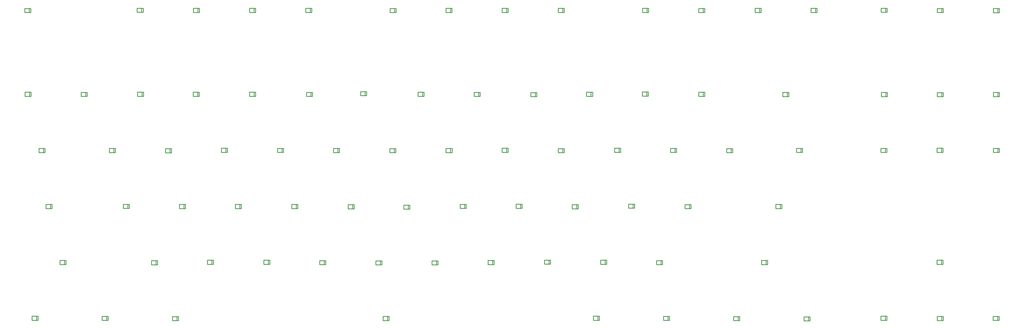
<source format=gbo>
G04*
G04 #@! TF.GenerationSoftware,Altium Limited,Altium Designer,20.0.2 (26)*
G04*
G04 Layer_Color=32896*
%FSLAX25Y25*%
%MOIN*%
G70*
G01*
G75*
%ADD13C,0.01000*%
D13*
X96313Y467557D02*
Y472517D01*
X90297Y467337D02*
X98329D01*
Y467557D02*
Y472517D01*
X90297Y472837D02*
X98329D01*
X90313Y467537D02*
Y472517D01*
X246385Y467817D02*
Y472777D01*
X240369Y467597D02*
X248401D01*
Y467817D02*
Y472777D01*
X240369Y473097D02*
X248401D01*
X240385Y467797D02*
Y472777D01*
X321440Y467752D02*
Y472712D01*
X315424Y467532D02*
X323456D01*
Y467752D02*
Y472712D01*
X315424Y473032D02*
X323456D01*
X315440Y467732D02*
Y472712D01*
X396528Y467609D02*
Y472569D01*
X390512Y467389D02*
X398544D01*
Y467609D02*
Y472569D01*
X390512Y472889D02*
X398544D01*
X390528Y467589D02*
Y472569D01*
X471408Y467726D02*
Y472686D01*
X465392Y467506D02*
X473424D01*
Y467726D02*
Y472686D01*
X465392Y473006D02*
X473424D01*
X465408Y467706D02*
Y472686D01*
X584170Y467544D02*
Y472504D01*
X578154Y467324D02*
X586186D01*
Y467544D02*
Y472504D01*
X578154Y472824D02*
X586186D01*
X578170Y467524D02*
Y472504D01*
X658920Y467674D02*
Y472634D01*
X652904Y467454D02*
X660936D01*
Y467674D02*
Y472634D01*
X652904Y472954D02*
X660936D01*
X652920Y467654D02*
Y472634D01*
X733956Y467713D02*
Y472673D01*
X727940Y467493D02*
X735972D01*
Y467713D02*
Y472673D01*
X727940Y472993D02*
X735972D01*
X727956Y467693D02*
Y472673D01*
X808992Y467700D02*
Y472660D01*
X802976Y467480D02*
X811008D01*
Y467700D02*
Y472660D01*
X802976Y472980D02*
X811008D01*
X802992Y467680D02*
Y472660D01*
X921598Y467765D02*
Y472725D01*
X915582Y467545D02*
X923614D01*
Y467765D02*
Y472725D01*
X915582Y473045D02*
X923614D01*
X915598Y467745D02*
Y472725D01*
X996465Y467583D02*
Y472543D01*
X990449Y467363D02*
X998481D01*
Y467583D02*
Y472543D01*
X990449Y472863D02*
X998481D01*
X990465Y467563D02*
Y472543D01*
X1071846Y467765D02*
Y472725D01*
X1065830Y467545D02*
X1073862D01*
Y467765D02*
Y472725D01*
X1065830Y473045D02*
X1073862D01*
X1065846Y467745D02*
Y472725D01*
X1146421Y467661D02*
Y472621D01*
X1140405Y467441D02*
X1148437D01*
Y467661D02*
Y472621D01*
X1140405Y472941D02*
X1148437D01*
X1140421Y467641D02*
Y472621D01*
X96605Y355302D02*
Y360262D01*
X90589Y355082D02*
X98621D01*
Y355302D02*
Y360262D01*
X90589Y360582D02*
X98621D01*
X90605Y355282D02*
Y360262D01*
X171518Y355224D02*
Y360184D01*
X165502Y355004D02*
X173534D01*
Y355224D02*
Y360184D01*
X165502Y360504D02*
X173534D01*
X165518Y355204D02*
Y360184D01*
X246827Y355354D02*
Y360314D01*
X240811Y355134D02*
X248843D01*
Y355354D02*
Y360314D01*
X240811Y360634D02*
X248843D01*
X240827Y355334D02*
Y360314D01*
X321245Y355328D02*
Y360288D01*
X315229Y355108D02*
X323261D01*
Y355328D02*
Y360288D01*
X315229Y360608D02*
X323261D01*
X315245Y355308D02*
Y360288D01*
X396509Y355276D02*
Y360236D01*
X390493Y355056D02*
X398525D01*
Y355276D02*
Y360236D01*
X390493Y360556D02*
X398525D01*
X390509Y355256D02*
Y360236D01*
X472494Y355263D02*
Y360223D01*
X466478Y355043D02*
X474510D01*
Y355263D02*
Y360223D01*
X466478Y360543D02*
X474510D01*
X466494Y355243D02*
Y360223D01*
X544813Y356238D02*
Y361198D01*
X538797Y356018D02*
X546829D01*
Y356238D02*
Y361198D01*
X538797Y361518D02*
X546829D01*
X538813Y356218D02*
Y361198D01*
X621669Y355380D02*
Y360340D01*
X615653Y355160D02*
X623685D01*
Y355380D02*
Y360340D01*
X615653Y360660D02*
X623685D01*
X615669Y355360D02*
Y360340D01*
X696620Y355263D02*
Y360223D01*
X690604Y355043D02*
X698636D01*
Y355263D02*
Y360223D01*
X690604Y360543D02*
X698636D01*
X690620Y355243D02*
Y360223D01*
X772300Y354808D02*
Y359768D01*
X766284Y354588D02*
X774316D01*
Y354808D02*
Y359768D01*
X766284Y360088D02*
X774316D01*
X766300Y354788D02*
Y359768D01*
X846712Y355354D02*
Y360314D01*
X840696Y355134D02*
X848728D01*
Y355354D02*
Y360314D01*
X840696Y360634D02*
X848728D01*
X840712Y355334D02*
Y360314D01*
X921202Y355627D02*
Y360587D01*
X915186Y355407D02*
X923218D01*
Y355627D02*
Y360587D01*
X915186Y360907D02*
X923218D01*
X915202Y355607D02*
Y360587D01*
X996459Y355406D02*
Y360366D01*
X990443Y355186D02*
X998475D01*
Y355406D02*
Y360366D01*
X990443Y360686D02*
X998475D01*
X990459Y355386D02*
Y360366D01*
X1108935Y354938D02*
Y359898D01*
X1102919Y354718D02*
X1110951D01*
Y354938D02*
Y359898D01*
X1102919Y360218D02*
X1110951D01*
X1102935Y354918D02*
Y359898D01*
X115319Y280032D02*
Y284992D01*
X109303Y279812D02*
X117335D01*
Y280032D02*
Y284992D01*
X109303Y285312D02*
X117335D01*
X109319Y280012D02*
Y284992D01*
X209153Y280097D02*
Y285057D01*
X203137Y279877D02*
X211169D01*
Y280097D02*
Y285057D01*
X203137Y285377D02*
X211169D01*
X203153Y280077D02*
Y285057D01*
X284189Y279733D02*
Y284693D01*
X278173Y279513D02*
X286205D01*
Y279733D02*
Y284693D01*
X278173Y285013D02*
X286205D01*
X278189Y279713D02*
Y284693D01*
X358939Y280344D02*
Y285304D01*
X352923Y280124D02*
X360955D01*
Y280344D02*
Y285304D01*
X352923Y285624D02*
X360955D01*
X352939Y280324D02*
Y285304D01*
X433747Y280110D02*
Y285070D01*
X427731Y279890D02*
X435763D01*
Y280110D02*
Y285070D01*
X427731Y285390D02*
X435763D01*
X427747Y280090D02*
Y285070D01*
X508634Y279993D02*
Y284953D01*
X502618Y279773D02*
X510650D01*
Y279993D02*
Y284953D01*
X502618Y285273D02*
X510650D01*
X502634Y279973D02*
Y284953D01*
X583878Y279785D02*
Y284745D01*
X577862Y279565D02*
X585894D01*
Y279785D02*
Y284745D01*
X577862Y285065D02*
X585894D01*
X577878Y279765D02*
Y284745D01*
X659050Y280058D02*
Y285018D01*
X653034Y279838D02*
X661066D01*
Y280058D02*
Y285018D01*
X653034Y285338D02*
X661066D01*
X653050Y280038D02*
Y285018D01*
X733833Y280396D02*
Y285356D01*
X727817Y280176D02*
X735849D01*
Y280396D02*
Y285356D01*
X727817Y285676D02*
X735849D01*
X727833Y280376D02*
Y285356D01*
X808752Y279915D02*
Y284875D01*
X802736Y279695D02*
X810768D01*
Y279915D02*
Y284875D01*
X802736Y285195D02*
X810768D01*
X802752Y279895D02*
Y284875D01*
X884223Y280292D02*
Y285252D01*
X878207Y280072D02*
X886239D01*
Y280292D02*
Y285252D01*
X878207Y285572D02*
X886239D01*
X878223Y280272D02*
Y285252D01*
X958928Y280175D02*
Y285135D01*
X952912Y279955D02*
X960944D01*
Y280175D02*
Y285135D01*
X952912Y285455D02*
X960944D01*
X952928Y280155D02*
Y285135D01*
X1033925Y279863D02*
Y284823D01*
X1027909Y279643D02*
X1035941D01*
Y279863D02*
Y284823D01*
X1027909Y285143D02*
X1035941D01*
X1027925Y279843D02*
Y284823D01*
X1127369Y280214D02*
Y285174D01*
X1121353Y279994D02*
X1129385D01*
Y280214D02*
Y285174D01*
X1121353Y285494D02*
X1129385D01*
X1121369Y280194D02*
Y285174D01*
X124614Y205061D02*
Y210021D01*
X118598Y204841D02*
X126630D01*
Y205061D02*
Y210021D01*
X118598Y210341D02*
X126630D01*
X118614Y205041D02*
Y210021D01*
X227782Y205113D02*
Y210073D01*
X221766Y204893D02*
X229798D01*
Y205113D02*
Y210073D01*
X221766Y210393D02*
X229798D01*
X221782Y205093D02*
Y210073D01*
X302818Y205074D02*
Y210034D01*
X296802Y204854D02*
X304834D01*
Y205074D02*
Y210034D01*
X296802Y210354D02*
X304834D01*
X296818Y205054D02*
Y210034D01*
X377672Y205100D02*
Y210060D01*
X371656Y204880D02*
X379688D01*
Y205100D02*
Y210060D01*
X371656Y210380D02*
X379688D01*
X371672Y205080D02*
Y210060D01*
X452825Y204996D02*
Y209956D01*
X446809Y204776D02*
X454841D01*
Y204996D02*
Y209956D01*
X446809Y210276D02*
X454841D01*
X446825Y204976D02*
Y209956D01*
X528095Y204749D02*
Y209709D01*
X522079Y204529D02*
X530111D01*
Y204749D02*
Y209709D01*
X522079Y210029D02*
X530111D01*
X522095Y204729D02*
Y209709D01*
X602546Y204125D02*
Y209085D01*
X596530Y203905D02*
X604562D01*
Y204125D02*
Y209085D01*
X596530Y209405D02*
X604562D01*
X596546Y204105D02*
Y209085D01*
X677796Y205126D02*
Y210086D01*
X671780Y204906D02*
X679812D01*
Y205126D02*
Y210086D01*
X671780Y210406D02*
X679812D01*
X671796Y205106D02*
Y210086D01*
X752598Y205308D02*
Y210268D01*
X746582Y205088D02*
X754614D01*
Y205308D02*
Y210268D01*
X746582Y210588D02*
X754614D01*
X746598Y205288D02*
Y210268D01*
X827420Y204723D02*
Y209683D01*
X821404Y204503D02*
X829436D01*
Y204723D02*
Y209683D01*
X821404Y210003D02*
X829436D01*
X821420Y204703D02*
Y209683D01*
X902833Y205555D02*
Y210515D01*
X896817Y205335D02*
X904849D01*
Y205555D02*
Y210515D01*
X896817Y210835D02*
X904849D01*
X896833Y205535D02*
Y210515D01*
X978116Y204853D02*
Y209813D01*
X972100Y204633D02*
X980132D01*
Y204853D02*
Y209813D01*
X972100Y210133D02*
X980132D01*
X972116Y204833D02*
Y209813D01*
X1099549Y205009D02*
Y209969D01*
X1093533Y204789D02*
X1101565D01*
Y205009D02*
Y209969D01*
X1093533Y210289D02*
X1101565D01*
X1093549Y204989D02*
Y209969D01*
X143334Y130077D02*
Y135037D01*
X137318Y129857D02*
X145350D01*
Y130077D02*
Y135037D01*
X137318Y135357D02*
X145350D01*
X137334Y130057D02*
Y135037D01*
X265547Y129674D02*
Y134634D01*
X259531Y129454D02*
X267563D01*
Y129674D02*
Y134634D01*
X259531Y134954D02*
X267563D01*
X259547Y129654D02*
Y134634D01*
X340290Y130350D02*
Y135310D01*
X334274Y130130D02*
X342306D01*
Y130350D02*
Y135310D01*
X334274Y135630D02*
X342306D01*
X334290Y130330D02*
Y135310D01*
X415463Y130402D02*
Y135362D01*
X409447Y130182D02*
X417479D01*
Y130402D02*
Y135362D01*
X409447Y135682D02*
X417479D01*
X409463Y130382D02*
Y135362D01*
X490200Y129921D02*
Y134881D01*
X484184Y129701D02*
X492216D01*
Y129921D02*
Y134881D01*
X484184Y135201D02*
X492216D01*
X484200Y129901D02*
Y134881D01*
X565197Y129531D02*
Y134491D01*
X559181Y129311D02*
X567213D01*
Y129531D02*
Y134491D01*
X559181Y134811D02*
X567213D01*
X559197Y129511D02*
Y134491D01*
X640272Y129531D02*
Y134491D01*
X634256Y129311D02*
X642288D01*
Y129531D02*
Y134491D01*
X634256Y134811D02*
X642288D01*
X634272Y129511D02*
Y134491D01*
X715061Y130051D02*
Y135011D01*
X709045Y129831D02*
X717077D01*
Y130051D02*
Y135011D01*
X709045Y135331D02*
X717077D01*
X709061Y130031D02*
Y135011D01*
X790415Y130519D02*
Y135479D01*
X784399Y130299D02*
X792431D01*
Y130519D02*
Y135479D01*
X784399Y135799D02*
X792431D01*
X784415Y130499D02*
Y135479D01*
X865633Y130298D02*
Y135258D01*
X859617Y130078D02*
X867649D01*
Y130298D02*
Y135258D01*
X859617Y135578D02*
X867649D01*
X859633Y130278D02*
Y135258D01*
X940234Y129869D02*
Y134829D01*
X934218Y129649D02*
X942250D01*
Y129869D02*
Y134829D01*
X934218Y135149D02*
X942250D01*
X934234Y129849D02*
Y134829D01*
X1080400Y130020D02*
Y134980D01*
X1074384Y129800D02*
X1082416D01*
Y130020D02*
Y134980D01*
X1074384Y135300D02*
X1082416D01*
X1074400Y130000D02*
Y134980D01*
X105848Y55288D02*
Y60248D01*
X99832Y55068D02*
X107864D01*
Y55288D02*
Y60248D01*
X99832Y60568D02*
X107864D01*
X99848Y55268D02*
Y60248D01*
X199546Y55158D02*
Y60118D01*
X193530Y54938D02*
X201562D01*
Y55158D02*
Y60118D01*
X193530Y60438D02*
X201562D01*
X193546Y55138D02*
Y60118D01*
X293555Y54807D02*
Y59767D01*
X287539Y54587D02*
X295571D01*
Y54807D02*
Y59767D01*
X287539Y60087D02*
X295571D01*
X287555Y54787D02*
Y59767D01*
X574804Y55015D02*
Y59975D01*
X568788Y54795D02*
X576820D01*
Y55015D02*
Y59975D01*
X568788Y60295D02*
X576820D01*
X568804Y54995D02*
Y59975D01*
X855955Y55418D02*
Y60378D01*
X849939Y55198D02*
X857971D01*
Y55418D02*
Y60378D01*
X849939Y60698D02*
X857971D01*
X849955Y55398D02*
Y60378D01*
X949620Y55236D02*
Y60196D01*
X943604Y55016D02*
X951636D01*
Y55236D02*
Y60196D01*
X943604Y60516D02*
X951636D01*
X943620Y55216D02*
Y60196D01*
X1043233Y54898D02*
Y59858D01*
X1037217Y54678D02*
X1045249D01*
Y54898D02*
Y59858D01*
X1037217Y60178D02*
X1045249D01*
X1037233Y54878D02*
Y59858D01*
X1137145Y54599D02*
Y59559D01*
X1131129Y54379D02*
X1139161D01*
Y54599D02*
Y59559D01*
X1131129Y59879D02*
X1139161D01*
X1131145Y54579D02*
Y59559D01*
X1240235Y467856D02*
Y472816D01*
X1234219Y467636D02*
X1242251D01*
Y467856D02*
Y472816D01*
X1234219Y473136D02*
X1242251D01*
X1234235Y467836D02*
Y472816D01*
X1315245Y467505D02*
Y472465D01*
X1309229Y467285D02*
X1317261D01*
Y467505D02*
Y472465D01*
X1309229Y472785D02*
X1317261D01*
X1309245Y467485D02*
Y472465D01*
X1390242Y467388D02*
Y472348D01*
X1384226Y467168D02*
X1392258D01*
Y467388D02*
Y472348D01*
X1384226Y472668D02*
X1392258D01*
X1384242Y467368D02*
Y472348D01*
X1240508Y354951D02*
Y359911D01*
X1234492Y354731D02*
X1242524D01*
Y354951D02*
Y359911D01*
X1234492Y360231D02*
X1242524D01*
X1234508Y354931D02*
Y359911D01*
X1315362Y354873D02*
Y359833D01*
X1309346Y354653D02*
X1317378D01*
Y354873D02*
Y359833D01*
X1309346Y360153D02*
X1317378D01*
X1309362Y354853D02*
Y359833D01*
X1390092Y355094D02*
Y360054D01*
X1384076Y354874D02*
X1392108D01*
Y355094D02*
Y360054D01*
X1384076Y360374D02*
X1392108D01*
X1384092Y355074D02*
Y360054D01*
X1240027Y280123D02*
Y285083D01*
X1234011Y279903D02*
X1242043D01*
Y280123D02*
Y285083D01*
X1234011Y285403D02*
X1242043D01*
X1234027Y280103D02*
Y285083D01*
X1314972Y280370D02*
Y285330D01*
X1308956Y280150D02*
X1316988D01*
Y280370D02*
Y285330D01*
X1308956Y285650D02*
X1316988D01*
X1308972Y280350D02*
Y285330D01*
X1390170Y280110D02*
Y285070D01*
X1384154Y279890D02*
X1392186D01*
Y280110D02*
Y285070D01*
X1384154Y285390D02*
X1392186D01*
X1384170Y280090D02*
Y285070D01*
X1314959Y130376D02*
Y135336D01*
X1308943Y130156D02*
X1316975D01*
Y130376D02*
Y135336D01*
X1308943Y135656D02*
X1316975D01*
X1308959Y130356D02*
Y135336D01*
X1239884Y55340D02*
Y60300D01*
X1233868Y55120D02*
X1241900D01*
Y55340D02*
Y60300D01*
X1233868Y60620D02*
X1241900D01*
X1233884Y55320D02*
Y60300D01*
X1315180Y54976D02*
Y59936D01*
X1309164Y54756D02*
X1317196D01*
Y54976D02*
Y59936D01*
X1309164Y60256D02*
X1317196D01*
X1309180Y54956D02*
Y59936D01*
X1389956Y55223D02*
Y60183D01*
X1383940Y55003D02*
X1391972D01*
Y55223D02*
Y60183D01*
X1383940Y60503D02*
X1391972D01*
X1383956Y55203D02*
Y60183D01*
M02*

</source>
